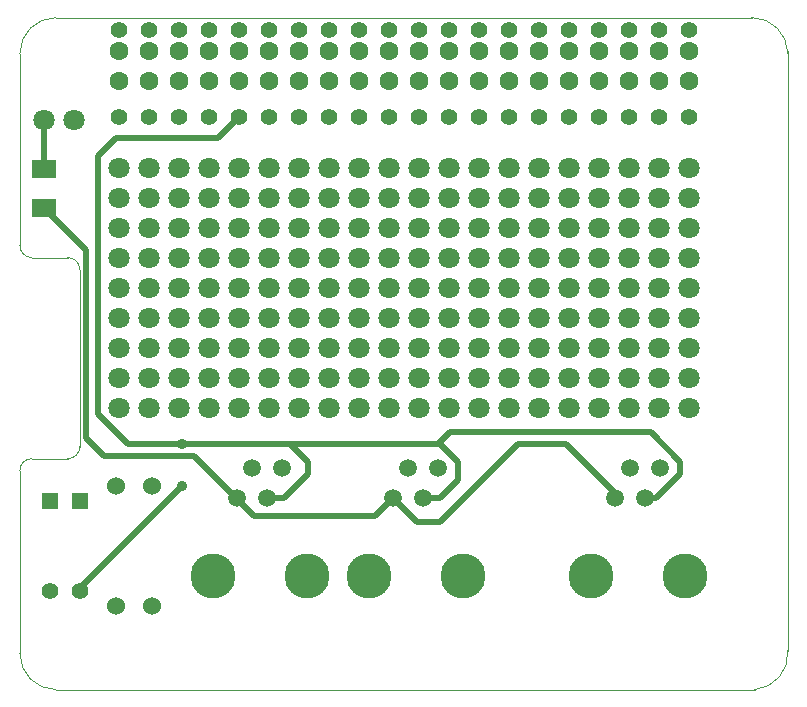
<source format=gtl>
G04 (created by PCBNEW (2013-june-11)-stable) date Sun 20 Aug 2017 10:14:19 PM EDT*
%MOIN*%
G04 Gerber Fmt 3.4, Leading zero omitted, Abs format*
%FSLAX34Y34*%
G01*
G70*
G90*
G04 APERTURE LIST*
%ADD10C,0.00590551*%
%ADD11C,0.00393701*%
%ADD12C,0.0590551*%
%ADD13C,0.149606*%
%ADD14C,0.0708661*%
%ADD15R,0.056X0.056*%
%ADD16C,0.056*%
%ADD17C,0.06*%
%ADD18R,0.08X0.06*%
%ADD19C,0.0629921*%
%ADD20C,0.0551181*%
%ADD21C,0.035*%
%ADD22C,0.02*%
G04 APERTURE END LIST*
G54D10*
G54D11*
X63400Y-68400D02*
X86700Y-68400D01*
X86600Y-46000D02*
X63400Y-46000D01*
X87800Y-47200D02*
G75*
G03X86600Y-46000I-1200J0D01*
G74*
G01*
X62200Y-61100D02*
X62200Y-67200D01*
X62600Y-60700D02*
X63800Y-60700D01*
X64200Y-54400D02*
X64200Y-60300D01*
X62600Y-54000D02*
X63800Y-54000D01*
X62200Y-47200D02*
X62200Y-53600D01*
X63400Y-46000D02*
G75*
G03X62200Y-47200I0J-1200D01*
G74*
G01*
X87800Y-67100D02*
X87800Y-47100D01*
X64200Y-54400D02*
G75*
G03X63800Y-54000I-400J0D01*
G74*
G01*
X63800Y-60700D02*
G75*
G03X64200Y-60300I0J400D01*
G74*
G01*
X62600Y-60700D02*
G75*
G03X62200Y-61100I0J-400D01*
G74*
G01*
X62200Y-53600D02*
G75*
G03X62600Y-54000I400J0D01*
G74*
G01*
X62200Y-67200D02*
G75*
G03X63400Y-68400I1200J0D01*
G74*
G01*
X86700Y-68399D02*
G75*
G03X87799Y-67099I-100J1199D01*
G74*
G01*
G54D12*
X83550Y-61000D03*
X83050Y-62000D03*
X82550Y-61000D03*
X82050Y-62000D03*
G54D13*
X84374Y-64598D03*
X81225Y-64598D03*
G54D12*
X76150Y-61000D03*
X75650Y-62000D03*
X75150Y-61000D03*
X74650Y-62000D03*
G54D13*
X76974Y-64598D03*
X73825Y-64598D03*
G54D12*
X70950Y-61000D03*
X70450Y-62000D03*
X69950Y-61000D03*
X69450Y-62000D03*
G54D13*
X71774Y-64598D03*
X68625Y-64598D03*
G54D14*
X64000Y-49400D03*
X63000Y-49400D03*
G54D15*
X64200Y-62100D03*
G54D16*
X64200Y-65100D03*
G54D15*
X63200Y-62100D03*
G54D16*
X63200Y-65100D03*
G54D17*
X66600Y-61600D03*
X66600Y-65600D03*
X65400Y-61600D03*
X65400Y-65600D03*
G54D18*
X63000Y-51050D03*
X63000Y-52350D03*
G54D19*
X65500Y-48100D03*
X65500Y-47100D03*
X66500Y-48100D03*
X66500Y-47100D03*
X67500Y-48100D03*
X67500Y-47100D03*
X68500Y-48100D03*
X68500Y-47100D03*
X69500Y-48100D03*
X69500Y-47100D03*
X70500Y-48100D03*
X70500Y-47100D03*
X71500Y-48100D03*
X71500Y-47100D03*
X72500Y-48100D03*
X72500Y-47100D03*
X73500Y-48100D03*
X73500Y-47100D03*
X74500Y-48100D03*
X74500Y-47100D03*
X75500Y-48100D03*
X75500Y-47100D03*
X76500Y-48100D03*
X76500Y-47100D03*
X77500Y-48100D03*
X77500Y-47100D03*
X78500Y-48100D03*
X78500Y-47100D03*
X79500Y-48100D03*
X79500Y-47100D03*
X80500Y-48100D03*
X80500Y-47100D03*
X81500Y-48100D03*
X81500Y-47100D03*
X82500Y-48100D03*
X82500Y-47100D03*
X83500Y-48100D03*
X83500Y-47100D03*
X84500Y-48100D03*
X84500Y-47100D03*
G54D20*
X74500Y-46400D03*
X73500Y-46400D03*
X72500Y-46400D03*
X71500Y-46400D03*
X70500Y-46400D03*
X69500Y-46400D03*
X68500Y-46400D03*
X67500Y-46400D03*
X66500Y-46400D03*
X65500Y-46400D03*
X71500Y-49300D03*
X70500Y-49300D03*
X69500Y-49300D03*
X68500Y-49300D03*
X67500Y-49300D03*
X65500Y-49300D03*
X66500Y-49300D03*
X76500Y-49300D03*
X75500Y-49300D03*
X76500Y-46400D03*
X84500Y-49300D03*
X83500Y-49300D03*
X82500Y-49300D03*
X81500Y-49300D03*
X80500Y-49300D03*
X79500Y-49300D03*
X78500Y-49300D03*
X77500Y-49300D03*
X74500Y-49300D03*
X73500Y-49300D03*
X72500Y-49300D03*
X84500Y-46400D03*
X83500Y-46400D03*
X82500Y-46400D03*
X81500Y-46400D03*
X80500Y-46400D03*
X79500Y-46400D03*
X78500Y-46400D03*
X77500Y-46400D03*
X75500Y-46400D03*
G54D14*
X65500Y-51000D03*
X65500Y-52000D03*
X65500Y-53000D03*
X65500Y-54000D03*
X65500Y-55000D03*
X65500Y-56000D03*
X65500Y-57000D03*
X65500Y-58000D03*
X65500Y-59000D03*
X66500Y-51000D03*
X66500Y-52000D03*
X66500Y-53000D03*
X66500Y-54000D03*
X66500Y-55000D03*
X66500Y-56000D03*
X66500Y-57000D03*
X66500Y-58000D03*
X66500Y-59000D03*
X67500Y-51000D03*
X67500Y-52000D03*
X67500Y-53000D03*
X67500Y-54000D03*
X67500Y-55000D03*
X67500Y-56000D03*
X67500Y-57000D03*
X67500Y-58000D03*
X67500Y-59000D03*
X68500Y-51000D03*
X68500Y-52000D03*
X68500Y-53000D03*
X68500Y-54000D03*
X68500Y-55000D03*
X68500Y-56000D03*
X68500Y-57000D03*
X68500Y-58000D03*
X68500Y-59000D03*
X69500Y-51000D03*
X69500Y-52000D03*
X69500Y-53000D03*
X69500Y-54000D03*
X69500Y-55000D03*
X69500Y-56000D03*
X69500Y-57000D03*
X69500Y-58000D03*
X69500Y-59000D03*
X70500Y-51000D03*
X70500Y-52000D03*
X70500Y-53000D03*
X70500Y-54000D03*
X70500Y-55000D03*
X70500Y-56000D03*
X70500Y-57000D03*
X70500Y-58000D03*
X70500Y-59000D03*
X71500Y-51000D03*
X71500Y-52000D03*
X71500Y-53000D03*
X71500Y-54000D03*
X71500Y-55000D03*
X71500Y-56000D03*
X71500Y-57000D03*
X71500Y-58000D03*
X71500Y-59000D03*
X72500Y-51000D03*
X72500Y-52000D03*
X72500Y-53000D03*
X72500Y-54000D03*
X72500Y-55000D03*
X72500Y-56000D03*
X72500Y-57000D03*
X72500Y-58000D03*
X72500Y-59000D03*
X84500Y-51000D03*
X84500Y-52000D03*
X84500Y-53000D03*
X84500Y-54000D03*
X84500Y-55000D03*
X84500Y-56000D03*
X84500Y-57000D03*
X84500Y-58000D03*
X84500Y-59000D03*
X83500Y-51000D03*
X83500Y-52000D03*
X83500Y-53000D03*
X83500Y-54000D03*
X83500Y-55000D03*
X83500Y-56000D03*
X83500Y-57000D03*
X83500Y-58000D03*
X83500Y-59000D03*
X82500Y-51000D03*
X82500Y-52000D03*
X82500Y-53000D03*
X82500Y-54000D03*
X82500Y-55000D03*
X82500Y-56000D03*
X82500Y-57000D03*
X82500Y-58000D03*
X82500Y-59000D03*
X81500Y-51000D03*
X81500Y-52000D03*
X81500Y-53000D03*
X81500Y-54000D03*
X81500Y-55000D03*
X81500Y-56000D03*
X81500Y-57000D03*
X81500Y-58000D03*
X81500Y-59000D03*
X80500Y-51000D03*
X80500Y-52000D03*
X80500Y-53000D03*
X80500Y-54000D03*
X80500Y-55000D03*
X80500Y-56000D03*
X80500Y-57000D03*
X80500Y-58000D03*
X80500Y-59000D03*
X79500Y-51000D03*
X79500Y-52000D03*
X79500Y-53000D03*
X79500Y-54000D03*
X79500Y-55000D03*
X79500Y-56000D03*
X79500Y-57000D03*
X79500Y-58000D03*
X79500Y-59000D03*
X78500Y-51000D03*
X78500Y-52000D03*
X78500Y-53000D03*
X78500Y-54000D03*
X78500Y-55000D03*
X78500Y-56000D03*
X78500Y-57000D03*
X78500Y-58000D03*
X78500Y-59000D03*
X77500Y-51000D03*
X77500Y-52000D03*
X77500Y-53000D03*
X77500Y-54000D03*
X77500Y-55000D03*
X77500Y-56000D03*
X77500Y-57000D03*
X77500Y-58000D03*
X77500Y-59000D03*
X76500Y-51000D03*
X76500Y-52000D03*
X76500Y-53000D03*
X76500Y-54000D03*
X76500Y-55000D03*
X76500Y-56000D03*
X76500Y-57000D03*
X76500Y-58000D03*
X76500Y-59000D03*
X75500Y-51000D03*
X75500Y-52000D03*
X75500Y-53000D03*
X75500Y-54000D03*
X75500Y-55000D03*
X75500Y-56000D03*
X75500Y-57000D03*
X75500Y-58000D03*
X75500Y-59000D03*
X74500Y-51000D03*
X74500Y-52000D03*
X74500Y-53000D03*
X74500Y-54000D03*
X74500Y-55000D03*
X74500Y-56000D03*
X74500Y-57000D03*
X74500Y-58000D03*
X74500Y-59000D03*
X73500Y-51000D03*
X73500Y-52000D03*
X73500Y-53000D03*
X73500Y-54000D03*
X73500Y-55000D03*
X73500Y-56000D03*
X73500Y-57000D03*
X73500Y-58000D03*
X73500Y-59000D03*
G54D21*
X67600Y-60200D03*
X67600Y-61600D03*
G54D22*
X76575Y-59825D02*
X76525Y-59825D01*
X83400Y-62000D02*
X84200Y-61200D01*
X84200Y-61200D02*
X84200Y-60800D01*
X84200Y-60800D02*
X83225Y-59825D01*
X83050Y-62000D02*
X83400Y-62000D01*
X83225Y-59825D02*
X76575Y-59825D01*
X76525Y-59825D02*
X76150Y-60200D01*
X64200Y-65100D02*
X64200Y-65000D01*
X64200Y-65000D02*
X67600Y-61600D01*
X75650Y-62000D02*
X76200Y-62000D01*
X76200Y-60200D02*
X76150Y-60200D01*
X76150Y-60200D02*
X71000Y-60200D01*
X76800Y-60800D02*
X76200Y-60200D01*
X76800Y-61400D02*
X76800Y-60800D01*
X76200Y-62000D02*
X76800Y-61400D01*
X70450Y-62000D02*
X71000Y-62000D01*
X71800Y-60800D02*
X71200Y-60200D01*
X71800Y-61200D02*
X71800Y-60800D01*
X71000Y-62000D02*
X71800Y-61200D01*
X69500Y-49300D02*
X68800Y-50000D01*
X65800Y-60200D02*
X67600Y-60200D01*
X64800Y-59200D02*
X65800Y-60200D01*
X64800Y-50600D02*
X64800Y-59200D01*
X65400Y-50000D02*
X64800Y-50600D01*
X68800Y-50000D02*
X65400Y-50000D01*
X67600Y-60200D02*
X71000Y-60200D01*
X71000Y-60200D02*
X71200Y-60200D01*
X82050Y-62000D02*
X82050Y-61850D01*
X75450Y-62800D02*
X74650Y-62000D01*
X76200Y-62800D02*
X75450Y-62800D01*
X78800Y-60200D02*
X76200Y-62800D01*
X80400Y-60200D02*
X78800Y-60200D01*
X82050Y-61850D02*
X80400Y-60200D01*
X69450Y-62000D02*
X69450Y-62050D01*
X74050Y-62600D02*
X74650Y-62000D01*
X70000Y-62600D02*
X74050Y-62600D01*
X69450Y-62050D02*
X70000Y-62600D01*
X69450Y-62000D02*
X69400Y-62000D01*
X64400Y-53750D02*
X63000Y-52350D01*
X64400Y-60000D02*
X64400Y-53750D01*
X65000Y-60600D02*
X64400Y-60000D01*
X68000Y-60600D02*
X65000Y-60600D01*
X69400Y-62000D02*
X68000Y-60600D01*
X63000Y-49400D02*
X63000Y-51050D01*
M02*

</source>
